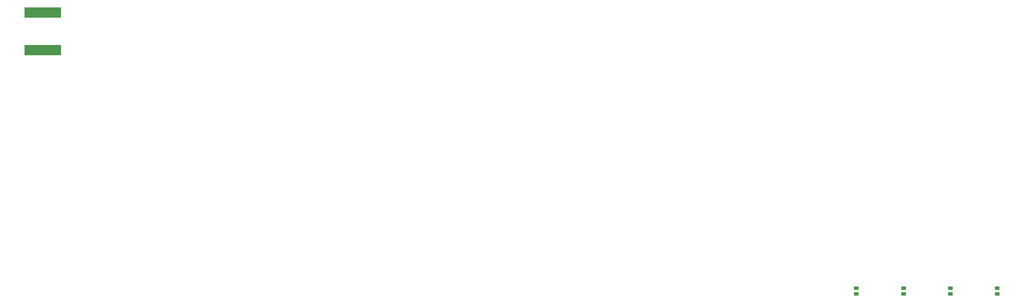
<source format=gbp>
G04*
G04 #@! TF.GenerationSoftware,Altium Limited,Altium Designer,20.0.2 (26)*
G04*
G04 Layer_Color=128*
%FSLAX25Y25*%
%MOIN*%
G70*
G01*
G75*
%ADD20R,0.02559X0.02362*%
%ADD24R,0.21654X0.05906*%
D20*
X565880Y266634D02*
D03*
Y263288D02*
D03*
X593351Y266634D02*
D03*
Y263288D02*
D03*
X620823Y266634D02*
D03*
Y263288D02*
D03*
X648294Y266634D02*
D03*
Y263288D02*
D03*
D24*
X90565Y405905D02*
D03*
Y427953D02*
D03*
M02*

</source>
